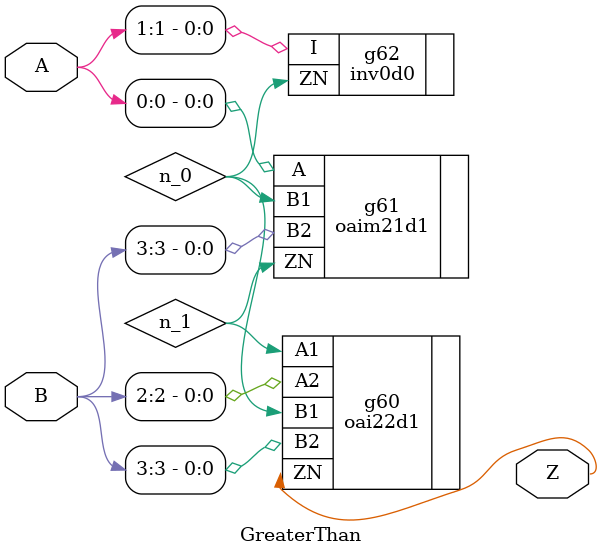
<source format=v>


// Verification Directory fv/GreaterThan 

module GreaterThan(A, B, Z);
  input [3:0] A, B;
  output Z;
  wire [3:0] A, B;
  wire Z;
  wire n_0, n_1;
  oai22d1 g60(.A1 (n_1), .A2 (B[2]), .B1 (n_0), .B2 (B[3]), .ZN (Z));
  oaim21d1 g61(.A (A[0]), .B1 (n_0), .B2 (B[3]), .ZN (n_1));
  inv0d0 g62(.I (A[1]), .ZN (n_0));
endmodule


</source>
